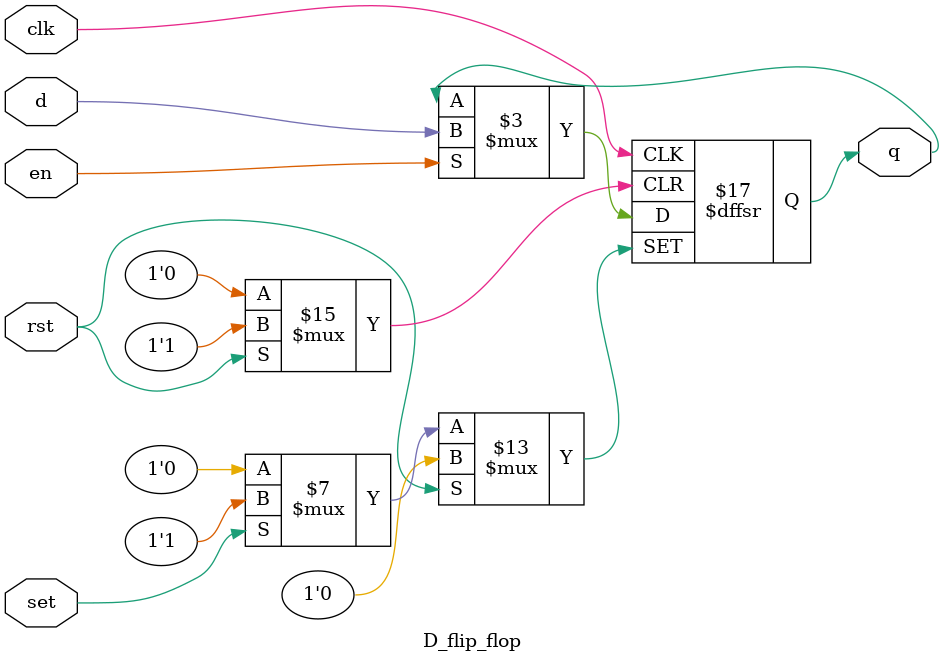
<source format=v>
module D_flip_flop(
input d,
input clk,
input set,
input rst,
input en,
output reg q);

	always @( posedge clk or posedge set or posedge rst ) begin
		if (set) q = 1'b1;
		else begin
			if (rst) q = 1'b0;
			else begin
				if (en) q = d;
				else q = q;
			end
		end
	end
	
endmodule
</source>
